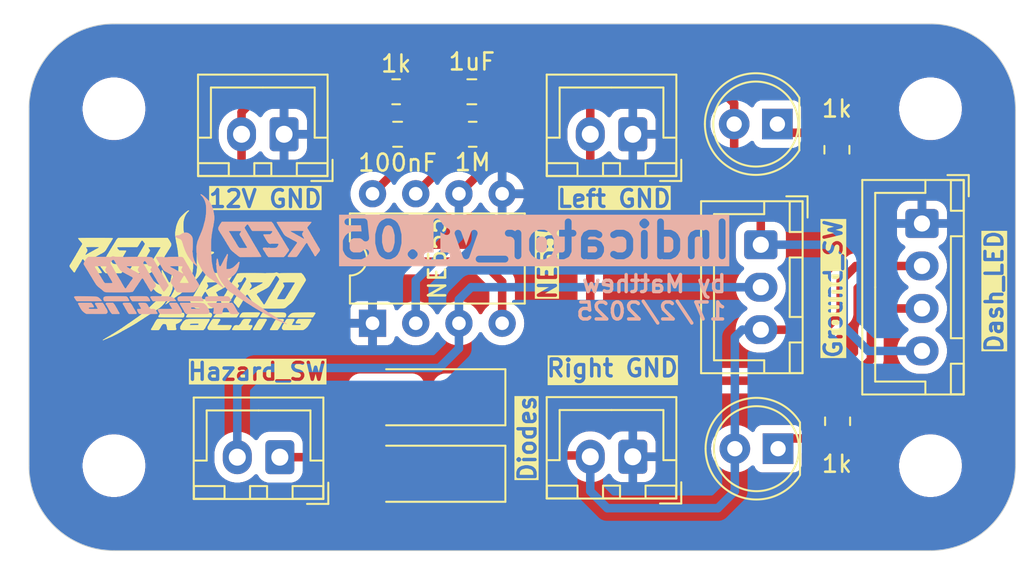
<source format=kicad_pcb>
(kicad_pcb (version 20240108) (generator "pcbnew") (generator_version "8.0")
  (layers (0 "F.Cu" signal) (31 "B.Cu" signal) (34 "B.Paste" user) (35 "F.Paste" user) (36 "B.SilkS" user "B.Silkscreen") (37 "F.SilkS" user "F.Silkscreen") (38 "B.Mask" user) (39 "F.Mask" user) (44 "Edge.Cuts" user))
  (net 0 "")
  (net 1 "Net-(U1-THR)")
  (net 2 "GND")
  (net 3 "+12V")
  (net 4 "Dash_left")
  (net 5 "Net-(D1-K)")
  (net 6 "Net-(U1-DIS)")
  (net 7 "Net-(D2-K)")
  (net 8 "Dash_right")
  (net 9 "Trigger")
  (net 10 "Dash_Hazard")
  (footprint "Diode_SMD:D_SMA_Handsoldering" (layer "F.Cu") (at 85 102.975 180)
    (property "Reference" "D3" (hide yes))
    (property "Value" "D" (hide yes))
    (pad "1" smd roundrect (at -2.5 0 180) (size 3.5 1.8) (layers "F.Cu" "F.Paste" "F.Mask") (roundrect_rratio 0.1388888889) (net 4 "Dash_left"))
    (pad "2" smd roundrect (at 2.5 0 180) (size 3.5 1.8) (layers "F.Cu" "F.Paste" "F.Mask") (roundrect_rratio 0.1388888889) (net 10 "Dash_Hazard"))
  )
  (footprint "Resistor_SMD:R_0805_2012Metric" (layer "F.Cu") (at 109 88.4125 -90)
    (property "Reference" "1k" (at -2.4125 0 0) (layer "F.SilkS"))
    (property "Value" "1k")
    (pad "1" smd roundrect (at -0.9125 0 270) (size 1.025 1.4) (layers "F.Cu" "F.Paste" "F.Mask") (roundrect_rratio 0.243902) (net 5 "Net-(D1-K)"))
    (pad "2" smd roundrect (at 0.9125 0 270) (size 1.025 1.4) (layers "F.Cu" "F.Paste" "F.Mask") (roundrect_rratio 0.243902) (net 2 "GND"))
  )
  (footprint "Connector_JST:JST_XH_B2B-XH-A_1x02_P2.50mm_Vertical" (layer "F.Cu") (at 76.25 106.5 180)
    (property "Reference" "J3" (hide yes))
    (property "Value" "Hazzard button" (hide yes))
    (pad "1" thru_hole roundrect (at 0 0 180) (size 1.7 2) (drill 1) (layers "*.Cu" "*.Mask") (roundrect_rratio 0.147059) (net 10 "Dash_Hazard"))
    (pad "2" thru_hole oval (at 2.5 0 180) (size 1.7 2) (drill 1) (layers "*.Cu" "*.Mask") (net 9 "Trigger"))
  )
  (footprint "Resistor_SMD:R_0805_2012Metric" (layer "F.Cu") (at 87.5875 87.5 180)
    (property "Reference" "1M" (at 0 -1.65 180) (layer "F.SilkS"))
    (property "Value" "1M")
    (pad "1" smd roundrect (at -0.9125 0 180) (size 1.025 1.4) (layers "F.Cu" "F.Paste" "F.Mask") (roundrect_rratio 0.243902) (net 1 "Net-(U1-THR)"))
    (pad "2" smd roundrect (at 0.9125 0 180) (size 1.025 1.4) (layers "F.Cu" "F.Paste" "F.Mask") (roundrect_rratio 0.243902) (net 6 "Net-(U1-DIS)"))
  )
  (footprint "MountingHole:MountingHole_3.2mm_M3" (layer "F.Cu") (at 114.5 86)
    (property "Reference" "H1" (hide yes))
    (property "Value" "MountingHole" (hide yes))
    (pad "" np_thru_hole circle (at 0 0) (size 3.2 3.2) (drill 3.2) (layers "*.Cu" "*.Mask"))
  )
  (footprint "Connector_JST:JST_XH_B4B-XH-A_1x04_P2.50mm_Vertical" (layer "F.Cu") (at 114 92.75 -90)
    (property "Reference" "J1" (hide yes))
    (property "Value" "Conn_01x04_Socket" (hide yes))
    (pad "1" thru_hole roundrect (at 0 0 270) (size 1.7 1.95) (drill 0.95) (layers "*.Cu" "*.Mask") (roundrect_rratio 0.147059) (net 2 "GND"))
    (pad "2" thru_hole oval (at 2.5 0 270) (size 1.7 1.95) (drill 0.95) (layers "*.Cu" "*.Mask") (net 8 "Dash_right"))
    (pad "3" thru_hole oval (at 5 0 270) (size 1.7 1.95) (drill 0.95) (layers "*.Cu" "*.Mask") (net 10 "Dash_Hazard"))
    (pad "4" thru_hole oval (at 7.5 0 270) (size 1.7 1.95) (drill 0.95) (layers "*.Cu" "*.Mask") (net 4 "Dash_left"))
  )
  (footprint "LED_THT:LED_D5.0mm" (layer "F.Cu") (at 105.54 106 180)
    (property "Reference" "D2" (hide yes))
    (property "Value" "LED" (hide yes))
    (pad "1" thru_hole rect (at 0 0 180) (size 1.8 1.8) (drill 0.9) (layers "*.Cu" "*.Mask") (net 7 "Net-(D2-K)"))
    (pad "2" thru_hole circle (at 2.54 0 180) (size 1.8 1.8) (drill 0.9) (layers "*.Cu" "*.Mask") (net 8 "Dash_right"))
  )
  (footprint "Connector_JST:JST_XH_B2B-XH-A_1x02_P2.50mm_Vertical" (layer "F.Cu") (at 97 106.475 180)
    (property "Reference" "J6" (hide yes))
    (property "Value" "Right signal" (hide yes))
    (pad "1" thru_hole roundrect (at 0 0 180) (size 1.7 2) (drill 1) (layers "*.Cu" "*.Mask") (roundrect_rratio 0.147059) (net 2 "GND"))
    (pad "2" thru_hole oval (at 2.5 0 180) (size 1.7 2) (drill 1) (layers "*.Cu" "*.Mask") (net 8 "Dash_right"))
  )
  (footprint "Connector_JST:JST_XH_B2B-XH-A_1x02_P2.50mm_Vertical" (layer "F.Cu") (at 97 87.5 180)
    (property "Reference" "J4" (hide yes))
    (property "Value" "Left signal" (hide yes))
    (pad "1" thru_hole roundrect (at 0 0 180) (size 1.7 2) (drill 1) (layers "*.Cu" "*.Mask") (roundrect_rratio 0.147059) (net 2 "GND"))
    (pad "2" thru_hole oval (at 2.5 0 180) (size 1.7 2) (drill 1) (layers "*.Cu" "*.Mask") (net 4 "Dash_left"))
  )
  (footprint "Material:160x80" (layer "F.Cu") (at 71.25 95.75)
    (property "Reference" "G***" (hide yes))
    (property "Value" "LOGO" (hide yes))
  )
  (footprint "LED_THT:LED_D5.0mm" (layer "F.Cu") (at 105.5 86.9 180)
    (property "Reference" "D1" (hide yes))
    (property "Value" "LED" (hide yes))
    (pad "1" thru_hole rect (at 0 0 180) (size 1.8 1.8) (drill 0.9) (layers "*.Cu" "*.Mask") (net 5 "Net-(D1-K)"))
    (pad "2" thru_hole circle (at 2.54 0 180) (size 1.8 1.8) (drill 0.9) (layers "*.Cu" "*.Mask") (net 4 "Dash_left"))
  )
  (footprint "Package_DIP:DIP-8_W7.62mm" (layer "F.Cu") (at 81.7 98.62 90)
    (property "Reference" "NE555" (at 3.82 10.3 90) (layer "F.SilkS" knockout) (effects (font (thickness 0.2) (bold yes))))
    (property "Value" "NE555P" (hide yes))
    (fp_text user "${REFERENCE}" (at 3.81 3.81 90) (layer "F.SilkS"))
    (pad "1" thru_hole rect (at 0 0 90) (size 1.6 1.6) (drill 0.8) (layers "*.Cu" "*.Mask") (net 2 "GND"))
    (pad "2" thru_hole oval (at 0 2.54 90) (size 1.6 1.6) (drill 0.8) (layers "*.Cu" "*.Mask") (net 1 "Net-(U1-THR)"))
    (pad "3" thru_hole oval (at 0 5.08 90) (size 1.6 1.6) (drill 0.8) (layers "*.Cu" "*.Mask") (net 9 "Trigger"))
    (pad "4" thru_hole oval (at 0 7.62 90) (size 1.6 1.6) (drill 0.8) (layers "*.Cu" "*.Mask") (net 3 "+12V"))
    (pad "5" thru_hole oval (at 7.62 7.62 90) (size 1.6 1.6) (drill 0.8) (layers "*.Cu" "*.Mask") (net 2 "GND"))
    (pad "6" thru_hole oval (at 7.62 5.08 90) (size 1.6 1.6) (drill 0.8) (layers "*.Cu" "*.Mask") (net 1 "Net-(U1-THR)"))
    (pad "7" thru_hole oval (at 7.62 2.54 90) (size 1.6 1.6) (drill 0.8) (layers "*.Cu" "*.Mask") (net 6 "Net-(U1-DIS)"))
    (pad "8" thru_hole oval (at 7.62 0 90) (size 1.6 1.6) (drill 0.8) (layers "*.Cu" "*.Mask") (net 3 "+12V"))
  )
  (footprint "Connector_JST:JST_XH_B2B-XH-A_1x02_P2.50mm_Vertical" (layer "F.Cu") (at 76.5 87.5 180)
    (property "Reference" "J5" (hide yes))
    (property "Value" "Conn_01x02_Socket" (hide yes))
    (pad "1" thru_hole roundrect (at 0 0 180) (size 1.7 2) (drill 1) (layers "*.Cu" "*.Mask") (roundrect_rratio 0.147059) (net 2 "GND"))
    (pad "2" thru_hole oval (at 2.5 0 180) (size 1.7 2) (drill 1) (layers "*.Cu" "*.Mask") (net 3 "+12V"))
  )
  (footprint "Connector_JST:JST_XH_B3B-XH-A_1x03_P2.50mm_Vertical" (layer "F.Cu") (at 104.525 94 -90)
    (property "Reference" "J2" (hide yes))
    (property "Value" "Conn_01x03_Socket" (hide yes))
    (pad "1" thru_hole roundrect (at 0 0 270) (size 1.7 1.95) (drill 0.95) (layers "*.Cu" "*.Mask") (roundrect_rratio 0.147059) (net 4 "Dash_left"))
    (pad "2" thru_hole oval (at 2.5 0 270) (size 1.7 1.95) (drill 0.95) (layers "*.Cu" "*.Mask") (net 9 "Trigger"))
    (pad "3" thru_hole oval (at 5 0 270) (size 1.7 1.95) (drill 0.95) (layers "*.Cu" "*.Mask") (net 8 "Dash_right"))
  )
  (footprint "MountingHole:MountingHole_3.2mm_M3" (layer "F.Cu") (at 66.5 86)
    (property "Reference" "H2" (hide yes))
    (property "Value" "MountingHole" (hide yes))
    (pad "" np_thru_hole circle (at 0 0) (size 3.2 3.2) (drill 3.2) (layers "*.Cu" "*.Mask"))
  )
  (footprint "MountingHole:MountingHole_3.2mm_M3" (layer "F.Cu") (at 66.5 107)
    (property "Reference" "H3" (hide yes))
    (property "Value" "MountingHole" (hide yes))
    (pad "" np_thru_hole circle (at 0 0) (size 3.2 3.2) (drill 3.2) (layers "*.Cu" "*.Mask"))
  )
  (footprint "Resistor_SMD:R_0805_2012Metric" (layer "F.Cu") (at 83.0875 85)
    (property "Reference" "1k" (at 0 -1.65 0) (layer "F.SilkS"))
    (property "Value" "1k")
    (pad "1" smd roundrect (at -0.9125 0) (size 1.025 1.4) (layers "F.Cu" "F.Paste" "F.Mask") (roundrect_rratio 0.243902) (net 3 "+12V"))
    (pad "2" smd roundrect (at 0.9125 0) (size 1.025 1.4) (layers "F.Cu" "F.Paste" "F.Mask") (roundrect_rratio 0.243902) (net 6 "Net-(U1-DIS)"))
  )
  (footprint "MountingHole:MountingHole_3.2mm_M3" (layer "F.Cu") (at 114.5 107)
    (property "Reference" "H4" (hide yes))
    (property "Value" "MountingHole" (hide yes))
    (pad "" np_thru_hole circle (at 0 0) (size 3.2 3.2) (drill 3.2) (layers "*.Cu" "*.Mask"))
  )
  (footprint "Diode_SMD:D_SMA_Handsoldering" (layer "F.Cu") (at 85 107.475 180)
    (property "Reference" "D5" (hide yes))
    (property "Value" "D" (hide yes))
    (pad "1" smd roundrect (at -2.5 0 180) (size 3.5 1.8) (layers "F.Cu" "F.Paste" "F.Mask") (roundrect_rratio 0.1388888889) (net 8 "Dash_right"))
    (pad "2" smd roundrect (at 2.5 0 180) (size 3.5 1.8) (layers "F.Cu" "F.Paste" "F.Mask") (roundrect_rratio 0.1388888889) (net 10 "Dash_Hazard"))
  )
  (footprint "Capacitor_SMD:C_0805_2012Metric_Pad1.18x1.45mm_HandSolder" (layer "F.Cu") (at 83.175 87.5)
    (property "Reference" "C2" (hide yes))
    (property "Value" "100nF" (at 0 1.68 0) (layer "F.SilkS"))
    (pad "1" smd roundrect (at -1.0375 0) (size 1.175 1.45) (layers "F.Cu" "F.Paste" "F.Mask") (roundrect_rratio 0.212766) (net 2 "GND"))
    (pad "2" smd roundrect (at 1.0375 0) (size 1.175 1.45) (layers "F.Cu" "F.Paste" "F.Mask") (roundrect_rratio 0.212766) (net 3 "+12V"))
  )
  (footprint "Resistor_SMD:R_0805_2012Metric" (layer "F.Cu") (at 109.04 104.3875 90)
    (property "Reference" "1k" (at -2.5125 -0.04 180) (layer "F.SilkS"))
    (property "Value" "1k")
    (pad "1" smd roundrect (at -0.9125 0 90) (size 1.025 1.4) (layers "F.Cu" "F.Paste" "F.Mask") (roundrect_rratio 0.243902) (net 7 "Net-(D2-K)"))
    (pad "2" smd roundrect (at 0.9125 0 90) (size 1.025 1.4) (layers "F.Cu" "F.Paste" "F.Mask") (roundrect_rratio 0.243902) (net 2 "GND"))
  )
  (footprint "Capacitor_SMD:C_0805_2012Metric_Pad1.18x1.45mm_HandSolder" (layer "F.Cu") (at 87.5375 85)
    (property "Reference" "C1" (hide yes))
    (property "Value" "1uF" (at 0 -1.77 0) (layer "F.SilkS"))
    (pad "1" smd roundrect (at -1.0375 0) (size 1.175 1.45) (layers "F.Cu" "F.Paste" "F.Mask") (roundrect_rratio 0.212766) (net 1 "Net-(U1-THR)"))
    (pad "2" smd roundrect (at 1.0375 0) (size 1.175 1.45) (layers "F.Cu" "F.Paste" "F.Mask") (roundrect_rratio 0.212766) (net 2 "GND"))
  )
  (footprint "Material:160x80" (layer "B.Cu") (at 71.25 94.8 180)
    (property "Reference" "G***" (hide yes))
    (property "Value" "LOGO" (hide yes))
  )
  (gr_arc (start 119.5 107) (mid 118.035534 110.535534) (end 114.5 112) (stroke (width 0.05)) (layer "Edge.Cuts"))
  (gr_line (start 119.5 86) (end 119.5 107) (stroke (width 0.05)) (layer "Edge.Cuts"))
  (gr_line (start 114.5 112) (end 66.5 112) (stroke (width 0.05)) (layer "Edge.Cuts"))
  (gr_line (start 66.5 81) (end 114.5 81) (stroke (width 0.05)) (layer "Edge.Cuts"))
  (gr_line (start 61.5 107) (end 61.5 86) (stroke (width 0.05)) (layer "Edge.Cuts"))
  (gr_arc (start 61.5 86) (mid 62.964466 82.464466) (end 66.5 81) (stroke (width 0.05)) (layer "Edge.Cuts"))
  (gr_arc (start 114.5 81) (mid 118.035534 82.464466) (end 119.5 86) (stroke (width 0.05)) (layer "Edge.Cuts"))
  (gr_arc (start 66.5 112) (mid 62.964466 110.535534) (end 61.5 107) (stroke (width 0.05)) (layer "Edge.Cuts"))
  (gr_text "Indicator_v1.05\n" (at 91.25 93.75 0) (layer "B.SilkS" knockout) (effects (font (size 2 2) (thickness 0.4) (bold yes)) (justify mirror)))
  (gr_text "\nby Matthew \n17/2/2025\n" (at 102.6 98.5 0) (layer "B.SilkS") (effects (font (size 1 1) (thickness 0.2) (bold yes)) (justify left bottom mirror)))
  (gr_text "Left GND\n\n\n" (at 95.9 92.9 0) (layer "F.SilkS" knockout) (effects (font (size 1 1) (thickness 0.2) (bold yes))))
  (gr_text "12V GND" (at 75.4 91.3 0) (layer "F.SilkS" knockout) (effects (font (size 1 1) (thickness 0.2) (bold yes))))
  (gr_text "Hazard_SW\n\n\n" (at 74.9 103.075 0) (layer "F.SilkS" knockout) (effects (font (size 1 1) (thickness 0.2) (bold yes))))
  (gr_text "Dash_LED" (at 118.25 96.75 90) (layer "F.SilkS" knockout) (effects (font (size 1 1) (thickness 0.2) (bold yes))))
  (gr_text "Diodes" (at 90.8 105.4 90) (layer "F.SilkS" knockout) (effects (font (size 1 1) (thickness 0.2) (bold yes))))
  (gr_text "Right GND\n\n\n" (at 95.8 102.875 0) (layer "F.SilkS" knockout) (effects (font (size 1 1) (thickness 0.2) (bold yes))))
  (gr_text "Ground_SW\n\n\n" (at 110.4 96.6 90) (layer "F.SilkS" knockout) (effects (font (size 1 1) (thickness 0.2) (bold yes))))
  (segment (start 88.5 89.28) (end 86.78 91) (width 0.5) (layer "F.Cu") (net 1))
  (segment (start 86.5 85) (end 86.5 85.5) (width 0.5) (layer "F.Cu") (net 1))
  (segment (start 88.5 87.5) (end 88.5 89.28) (width 0.5) (layer "F.Cu") (net 1))
  (segment (start 86.5 85.5) (end 88.5 87.5) (width 0.5) (layer "F.Cu") (net 1))
  (segment (start 86.78 91) (end 86.78 93.56) (width 0.5) (layer "B.Cu") (net 1))
  (segment (start 84.24 96.1) (end 84.24 98.62) (width 0.5) (layer "B.Cu") (net 1))
  (segment (start 86.78 93.56) (end 84.24 96.1) (width 0.5) (layer "B.Cu") (net 1))
  (segment (start 97.5 105.975) (end 97 106.475) (width 0.5) (layer "F.Cu") (net 2))
  (segment (start 109.04 89.365) (end 109 89.325) (width 0.5) (layer "F.Cu") (net 2))
  (segment (start 97 106.475) (end 97.475 106) (width 0.5) (layer "F.Cu") (net 2))
  (segment (start 97 106.475) (end 96.488478 106.475) (width 0.5) (layer "F.Cu") (net 2))
  (segment (start 84.2125 87.5) (end 84.2125 88.4875) (width 0.5) (layer "F.Cu") (net 3))
  (segment (start 82.175 85) (end 82.175 85.4625) (width 0.5) (layer "F.Cu") (net 3))
  (segment (start 74 87.5) (end 74 93.685) (width 0.5) (layer "F.Cu") (net 3))
  (segment (start 75.2 85) (end 74 86.2) (width 0.5) (layer "F.Cu") (net 3))
  (segment (start 88.138 94.996) (end 89.32 96.178) (width 0.5) (layer "F.Cu") (net 3))
  (segment (start 82.175 85.4625) (end 84.2125 87.5) (width 0.5) (layer "F.Cu") (net 3))
  (segment (start 74 93.685) (end 75.311 94.996) (width 0.5) (layer "F.Cu") (net 3))
  (segment (start 82.175 85) (end 75.2 85) (width 0.5) (layer "F.Cu") (net 3))
  (segment (start 89.32 96.178) (end 89.32 98.62) (width 0.5) (layer "F.Cu") (net 3))
  (segment (start 75.311 94.996) (end 88.138 94.996) (width 0.5) (layer "F.Cu") (net 3))
  (segment (start 74 86.2) (end 74 87.5) (width 0.5) (layer "F.Cu") (net 3))
  (segment (start 84.2125 88.4875) (end 81.7 91) (width 0.5) (layer "F.Cu") (net 3))
  (segment (start 74.153122 87.5) (end 74 87.5) (width 0.5) (layer "B.Cu") (net 3))
  (segment (start 104.525 91.275) (end 104.525 94) (width 0.5) (layer "F.Cu") (net 4))
  (segment (start 88.5 101) (end 87.5 102) (width 0.5) (layer "F.Cu") (net 4))
  (segment (start 95.54 84.8) (end 94.5 85.84) (width 0.5) (layer "F.Cu") (net 4))
  (segment (start 87.5 102) (end 87.5 102.975) (width 0.5) (layer "F.Cu") (net 4))
  (segment (start 94.5 99.75) (end 93.25 101) (width 0.5) (layer "F.Cu") (net 4))
  (segment (start 94.5 85.84) (end 94.5 87.5) (width 0.5) (layer "F.Cu") (net 4))
  (segment (start 102.072 84.8) (end 95.54 84.8) (width 0.5) (layer "F.Cu") (net 4))
  (segment (start 102.96 86.9) (end 102.96 89.71) (width 0.5) (layer "F.Cu") (net 4))
  (segment (start 93.25 101) (end 88.5 101) (width 0.5) (layer "F.Cu") (net 4))
  (segment (start 102.96 89.71) (end 104.525 91.275) (width 0.5) (layer "F.Cu") (net 4))
  (segment (start 102.96 86.9) (end 102.96 85.688) (width 0.5) (layer "F.Cu") (net 4))
  (segment (start 102.96 85.688) (end 102.072 84.8) (width 0.5) (layer "F.Cu") (net 4))
  (segment (start 94.5 87.5) (end 94.5 99.75) (width 0.5) (layer "F.Cu") (net 4))
  (segment (start 110.85 100.25) (end 114 100.25) (width 0.5) (layer "B.Cu") (net 4))
  (segment (start 104.525 94) (end 108.4 94) (width 0.5) (layer "B.Cu") (net 4))
  (segment (start 109.4 95) (end 109.4 98.8) (width 0.5) (layer "B.Cu") (net 4))
  (segment (start 108.4 94) (end 109.4 95) (width 0.5) (layer "B.Cu") (net 4))
  (segment (start 109.4 98.8) (end 110.85 100.25) (width 0.5) (layer "B.Cu") (net 4))
  (segment (start 106.0125 87.4125) (end 105.5 86.9) (width 0.5) (layer "F.Cu") (net 5))
  (segment (start 109 87.4125) (end 106.0125 87.4125) (width 0.5) (layer "F.Cu") (net 5))
  (segment (start 86.675 88.565) (end 84.24 91) (width 0.5) (layer "F.Cu") (net 6))
  (segment (start 84 85) (end 84.175 85) (width 0.5) (layer "F.Cu") (net 6))
  (segment (start 86.675 87.5) (end 86.675 88.565) (width 0.5) (layer "F.Cu") (net 6))
  (segment (start 84.175 85) (end 86.675 87.5) (width 0.5) (layer "F.Cu") (net 6))
  (segment (start 109.04 105.3875) (end 109.0275 105.4) (width 0.5) (layer "F.Cu") (net 7))
  (segment (start 109.0275 105.4) (end 106.14 105.4) (width 0.5) (layer "F.Cu") (net 7))
  (segment (start 106.14 105.4) (end 105.54 106) (width 0.5) (layer "F.Cu") (net 7))
  (segment (start 87.5 107.475) (end 90.899 107.475) (width 0.5) (layer "F.Cu") (net 8))
  (segment (start 94.425 106.4) (end 94.5 106.475) (width 0.5) (layer "F.Cu") (net 8))
  (segment (start 109.22 96.139) (end 110.109 95.25) (width 0.5) (layer "F.Cu") (net 8))
  (segment (start 90.899 107.475) (end 91.974 106.4) (width 0.5) (layer "F.Cu") (net 8))
  (segment (start 104.525 99) (end 108.264 99) (width 0.5) (layer "F.Cu") (net 8))
  (segment (start 91.974 106.4) (end 94.425 106.4) (width 0.5) (layer "F.Cu") (net 8))
  (segment (start 109.22 98.044) (end 109.22 96.139) (width 0.5) (layer "F.Cu") (net 8))
  (segment (start 102.975 106) (end 103 105.975) (width 0.5) (layer "F.Cu") (net 8))
  (segment (start 108.264 99) (end 109.22 98.044) (width 0.5) (layer "F.Cu") (net 8))
  (segment (start 110.109 95.25) (end 114 95.25) (width 0.5) (layer "F.Cu") (net 8))
  (segment (start 102 109.5) (end 103 108.5) (width 0.5) (layer "B.Cu") (net 8))
  (segment (start 103 108.5) (end 103 106) (width 0.5) (layer "B.Cu") (net 8))
  (segment (start 94.5 106.475) (end 94.5 108.5) (width 0.5) (layer "B.Cu") (net 8))
  (segment (start 95.5 109.5) (end 102 109.5) (width 0.5) (layer "B.Cu") (net 8))
  (segment (start 94.5 108.5) (end 95.5 109.5) (width 0.5) (layer "B.Cu") (net 8))
  (segment (start 103.438 99) (end 104.525 99) (width 0.5) (layer "B.Cu") (net 8))
  (segment (start 103 99.438) (end 103.438 99) (width 0.5) (layer "B.Cu") (net 8))
  (segment (start 103 105.975) (end 103 99.438) (width 0.5) (layer "B.Cu") (net 8))
  (segment (start 87.5 96.5) (end 104.525 96.5) (width 0.5) (layer "B.Cu") (net 9))
  (segment (start 86.78 98.62) (end 86.78 97.22) (width 0.5) (layer "B.Cu") (net 9))
  (segment (start 85.625 101.25) (end 74.75 101.25) (width 0.5) (layer "B.Cu") (net 9))
  (segment (start 73.75 102.25) (end 73.75 106.5) (width 0.5) (layer "B.Cu") (net 9))
  (segment (start 86.78 100.095) (end 85.625 101.25) (width 0.5) (layer "B.Cu") (net 9))
  (segment (start 86.78 98.62) (end 86.78 100.095) (width 0.5) (layer "B.Cu") (net 9))
  (segment (start 74.75 101.25) (end 73.75 102.25) (width 0.5) (layer "B.Cu") (net 9))
  (segment (start 86.78 97.22) (end 87.5 96.5) (width 0.5) (layer "B.Cu") (net 9))
  (segment (start 93.25 103.25) (end 91.3 105.2) (width 0.5) (layer "F.Cu") (net 10))
  (segment (start 101.454 102) (end 100.204 103.25) (width 0.5) (layer "F.Cu") (net 10))
  (segment (start 80.05 105.2) (end 78.75 106.5) (width 0.5) (layer "F.Cu") (net 10))
  (segment (start 100.204 103.25) (end 93.25 103.25) (width 0.5) (layer "F.Cu") (net 10))
  (segment (start 82.5 107.475) (end 82.5 105.2) (width 0.5) (layer "F.Cu") (net 10))
  (segment (start 114 97.75) (end 112.308 97.75) (width 0.5) (layer "F.Cu") (net 10))
  (segment (start 78.75 106.5) (end 76.25 106.5) (width 0.5) (layer "F.Cu") (net 10))
  (segment (start 91.3 105.2) (end 82.5 105.2) (width 0.5) (layer "F.Cu") (net 10))
  (segment (start 109.75 102) (end 101.454 102) (width 0.5) (layer "F.Cu") (net 10))
  (segment (start 112.308 97.75) (end 110.998 99.06) (width 0.5) (layer "F.Cu") (net 10))
  (segment (start 110.998 99.06) (end 110.998 100.752) (width 0.5) (layer "F.Cu") (net 10))
  (segment (start 82.5 105.2) (end 80.05 105.2) (width 0.5) (layer "F.Cu") (net 10))
  (segment (start 110.998 100.752) (end 109.75 102) (width 0.5) (layer "F.Cu") (net 10))
  (segment (start 82.5 105.2) (end 82.5 102.975) (width 0.5) (layer "F.Cu") (net 10))
  (segment (start 114 97.75) (end 114 97.875) (width 0.5) (layer "B.Cu") (net 10))
  (zone (net 2) (net_name "GND") (layers "F&B.Cu") (connect_pads (clearance 0.5)) (min_thickness 0.25) (fill yes (thermal_gap 0.5) (thermal_bridge_width 0.5))
    (polygon (pts (xy 59.8 79.8) (xy 120 79.6) (xy 119.8 113) (xy 60 112.6)))
  )
  (zone (net 2) (net_name "GND") (layer "B.Cu") (connect_pads (clearance 0.5)) (min_thickness 0.25) (fill yes (thermal_gap 0.5) (thermal_bridge_width 0.5))
    (polygon (pts (xy 59.8 79.8) (xy 120 79.6) (xy 119.8 113) (xy 60 112.6)))
  )
)
</source>
